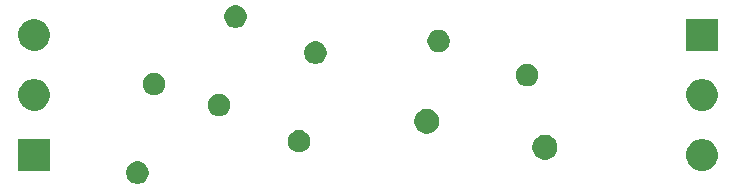
<source format=gbr>
G04 #@! TF.GenerationSoftware,KiCad,Pcbnew,5.1.5+dfsg1-2build2*
G04 #@! TF.CreationDate,2021-09-07T20:14:11-05:00*
G04 #@! TF.ProjectId,INRUSH_CURRENT_LIMITER_SLIM,494e5255-5348-45f4-9355-5252454e545f,rev?*
G04 #@! TF.SameCoordinates,Original*
G04 #@! TF.FileFunction,Soldermask,Top*
G04 #@! TF.FilePolarity,Negative*
%FSLAX46Y46*%
G04 Gerber Fmt 4.6, Leading zero omitted, Abs format (unit mm)*
G04 Created by KiCad (PCBNEW 5.1.5+dfsg1-2build2) date 2021-09-07 20:14:11*
%MOMM*%
%LPD*%
G04 APERTURE LIST*
%ADD10C,0.100000*%
G04 APERTURE END LIST*
D10*
G36*
X116777395Y-115671546D02*
G01*
X116950466Y-115743234D01*
X116950467Y-115743235D01*
X117106227Y-115847310D01*
X117238690Y-115979773D01*
X117238691Y-115979775D01*
X117342766Y-116135534D01*
X117414454Y-116308605D01*
X117451000Y-116492333D01*
X117451000Y-116679667D01*
X117414454Y-116863395D01*
X117342766Y-117036466D01*
X117342765Y-117036467D01*
X117238690Y-117192227D01*
X117106227Y-117324690D01*
X117027818Y-117377081D01*
X116950466Y-117428766D01*
X116777395Y-117500454D01*
X116593667Y-117537000D01*
X116406333Y-117537000D01*
X116222605Y-117500454D01*
X116049534Y-117428766D01*
X115972182Y-117377081D01*
X115893773Y-117324690D01*
X115761310Y-117192227D01*
X115657235Y-117036467D01*
X115657234Y-117036466D01*
X115585546Y-116863395D01*
X115549000Y-116679667D01*
X115549000Y-116492333D01*
X115585546Y-116308605D01*
X115657234Y-116135534D01*
X115761309Y-115979775D01*
X115761310Y-115979773D01*
X115893773Y-115847310D01*
X116049533Y-115743235D01*
X116049534Y-115743234D01*
X116222605Y-115671546D01*
X116406333Y-115635000D01*
X116593667Y-115635000D01*
X116777395Y-115671546D01*
G37*
G36*
X164694072Y-113780918D02*
G01*
X164818200Y-113832333D01*
X164939939Y-113882759D01*
X165009390Y-113929165D01*
X165161211Y-114030609D01*
X165349391Y-114218789D01*
X165422813Y-114328672D01*
X165454749Y-114376467D01*
X165497242Y-114440063D01*
X165599082Y-114685928D01*
X165651000Y-114946937D01*
X165651000Y-115213063D01*
X165622094Y-115358384D01*
X165599082Y-115474072D01*
X165497241Y-115719939D01*
X165481675Y-115743235D01*
X165349391Y-115941211D01*
X165161211Y-116129391D01*
X165152017Y-116135534D01*
X164939939Y-116277241D01*
X164939938Y-116277242D01*
X164939937Y-116277242D01*
X164694072Y-116379082D01*
X164433063Y-116431000D01*
X164166937Y-116431000D01*
X163905928Y-116379082D01*
X163660063Y-116277242D01*
X163660062Y-116277242D01*
X163660061Y-116277241D01*
X163447983Y-116135534D01*
X163438789Y-116129391D01*
X163250609Y-115941211D01*
X163118325Y-115743235D01*
X163102759Y-115719939D01*
X163000918Y-115474072D01*
X162977906Y-115358384D01*
X162949000Y-115213063D01*
X162949000Y-114946937D01*
X163000918Y-114685928D01*
X163102758Y-114440063D01*
X163145252Y-114376467D01*
X163177187Y-114328672D01*
X163250609Y-114218789D01*
X163438789Y-114030609D01*
X163590610Y-113929165D01*
X163660061Y-113882759D01*
X163781801Y-113832333D01*
X163905928Y-113780918D01*
X164166937Y-113729000D01*
X164433063Y-113729000D01*
X164694072Y-113780918D01*
G37*
G36*
X109101000Y-116431000D02*
G01*
X106399000Y-116431000D01*
X106399000Y-113729000D01*
X109101000Y-113729000D01*
X109101000Y-116431000D01*
G37*
G36*
X151306564Y-113416389D02*
G01*
X151497833Y-113495615D01*
X151497835Y-113495616D01*
X151669973Y-113610635D01*
X151816365Y-113757027D01*
X151931385Y-113929167D01*
X152010611Y-114120436D01*
X152051000Y-114323484D01*
X152051000Y-114530516D01*
X152010611Y-114733564D01*
X151951198Y-114877000D01*
X151931384Y-114924835D01*
X151816365Y-115096973D01*
X151669973Y-115243365D01*
X151497835Y-115358384D01*
X151497834Y-115358385D01*
X151497833Y-115358385D01*
X151306564Y-115437611D01*
X151103516Y-115478000D01*
X150896484Y-115478000D01*
X150693436Y-115437611D01*
X150502167Y-115358385D01*
X150502166Y-115358385D01*
X150502165Y-115358384D01*
X150330027Y-115243365D01*
X150183635Y-115096973D01*
X150068616Y-114924835D01*
X150048802Y-114877000D01*
X149989389Y-114733564D01*
X149949000Y-114530516D01*
X149949000Y-114323484D01*
X149989389Y-114120436D01*
X150068615Y-113929167D01*
X150183635Y-113757027D01*
X150330027Y-113610635D01*
X150502165Y-113495616D01*
X150502167Y-113495615D01*
X150693436Y-113416389D01*
X150896484Y-113376000D01*
X151103516Y-113376000D01*
X151306564Y-113416389D01*
G37*
G36*
X130449395Y-113011546D02*
G01*
X130622466Y-113083234D01*
X130622467Y-113083235D01*
X130778227Y-113187310D01*
X130910690Y-113319773D01*
X130910691Y-113319775D01*
X131014766Y-113475534D01*
X131086454Y-113648605D01*
X131123000Y-113832333D01*
X131123000Y-114019667D01*
X131086454Y-114203395D01*
X131014766Y-114376466D01*
X131014765Y-114376467D01*
X130910690Y-114532227D01*
X130778227Y-114664690D01*
X130746442Y-114685928D01*
X130622466Y-114768766D01*
X130449395Y-114840454D01*
X130265667Y-114877000D01*
X130078333Y-114877000D01*
X129894605Y-114840454D01*
X129721534Y-114768766D01*
X129597558Y-114685928D01*
X129565773Y-114664690D01*
X129433310Y-114532227D01*
X129329235Y-114376467D01*
X129329234Y-114376466D01*
X129257546Y-114203395D01*
X129221000Y-114019667D01*
X129221000Y-113832333D01*
X129257546Y-113648605D01*
X129329234Y-113475534D01*
X129433309Y-113319775D01*
X129433310Y-113319773D01*
X129565773Y-113187310D01*
X129721533Y-113083235D01*
X129721534Y-113083234D01*
X129894605Y-113011546D01*
X130078333Y-112975000D01*
X130265667Y-112975000D01*
X130449395Y-113011546D01*
G37*
G36*
X141306564Y-111216389D02*
G01*
X141497833Y-111295615D01*
X141497835Y-111295616D01*
X141669973Y-111410635D01*
X141816365Y-111557027D01*
X141921095Y-111713766D01*
X141931385Y-111729167D01*
X142010611Y-111920436D01*
X142051000Y-112123484D01*
X142051000Y-112330516D01*
X142010611Y-112533564D01*
X141931385Y-112724833D01*
X141931384Y-112724835D01*
X141816365Y-112896973D01*
X141669973Y-113043365D01*
X141497835Y-113158384D01*
X141497834Y-113158385D01*
X141497833Y-113158385D01*
X141306564Y-113237611D01*
X141103516Y-113278000D01*
X140896484Y-113278000D01*
X140693436Y-113237611D01*
X140502167Y-113158385D01*
X140502166Y-113158385D01*
X140502165Y-113158384D01*
X140330027Y-113043365D01*
X140183635Y-112896973D01*
X140068616Y-112724835D01*
X140068615Y-112724833D01*
X139989389Y-112533564D01*
X139949000Y-112330516D01*
X139949000Y-112123484D01*
X139989389Y-111920436D01*
X140068615Y-111729167D01*
X140078906Y-111713766D01*
X140183635Y-111557027D01*
X140330027Y-111410635D01*
X140502165Y-111295616D01*
X140502167Y-111295615D01*
X140693436Y-111216389D01*
X140896484Y-111176000D01*
X141103516Y-111176000D01*
X141306564Y-111216389D01*
G37*
G36*
X123677395Y-109956546D02*
G01*
X123850466Y-110028234D01*
X123850467Y-110028235D01*
X124006227Y-110132310D01*
X124138690Y-110264773D01*
X124138691Y-110264775D01*
X124242766Y-110420534D01*
X124314454Y-110593605D01*
X124351000Y-110777333D01*
X124351000Y-110964667D01*
X124314454Y-111148395D01*
X124242766Y-111321466D01*
X124242765Y-111321467D01*
X124138690Y-111477227D01*
X124006227Y-111609690D01*
X123927818Y-111662081D01*
X123850466Y-111713766D01*
X123677395Y-111785454D01*
X123493667Y-111822000D01*
X123306333Y-111822000D01*
X123122605Y-111785454D01*
X122949534Y-111713766D01*
X122872182Y-111662081D01*
X122793773Y-111609690D01*
X122661310Y-111477227D01*
X122557235Y-111321467D01*
X122557234Y-111321466D01*
X122485546Y-111148395D01*
X122449000Y-110964667D01*
X122449000Y-110777333D01*
X122485546Y-110593605D01*
X122557234Y-110420534D01*
X122661309Y-110264775D01*
X122661310Y-110264773D01*
X122793773Y-110132310D01*
X122949533Y-110028235D01*
X122949534Y-110028234D01*
X123122605Y-109956546D01*
X123306333Y-109920000D01*
X123493667Y-109920000D01*
X123677395Y-109956546D01*
G37*
G36*
X164694072Y-108700918D02*
G01*
X164888536Y-108781467D01*
X164939939Y-108802759D01*
X164948688Y-108808605D01*
X165161211Y-108950609D01*
X165349391Y-109138789D01*
X165497242Y-109360063D01*
X165599082Y-109605928D01*
X165642597Y-109824690D01*
X165651000Y-109866938D01*
X165651000Y-110133062D01*
X165599082Y-110394072D01*
X165497241Y-110639939D01*
X165349390Y-110861212D01*
X165161212Y-111049390D01*
X164939939Y-111197241D01*
X164939938Y-111197242D01*
X164939937Y-111197242D01*
X164694072Y-111299082D01*
X164433063Y-111351000D01*
X164166937Y-111351000D01*
X163905928Y-111299082D01*
X163660063Y-111197242D01*
X163660062Y-111197242D01*
X163660061Y-111197241D01*
X163438788Y-111049390D01*
X163250610Y-110861212D01*
X163102759Y-110639939D01*
X163000918Y-110394072D01*
X162949000Y-110133062D01*
X162949000Y-109866938D01*
X162957404Y-109824690D01*
X163000918Y-109605928D01*
X163102758Y-109360063D01*
X163250609Y-109138789D01*
X163438789Y-108950609D01*
X163651312Y-108808605D01*
X163660061Y-108802759D01*
X163711465Y-108781467D01*
X163905928Y-108700918D01*
X164166937Y-108649000D01*
X164433063Y-108649000D01*
X164694072Y-108700918D01*
G37*
G36*
X108144072Y-108700918D02*
G01*
X108338536Y-108781467D01*
X108389939Y-108802759D01*
X108398688Y-108808605D01*
X108611211Y-108950609D01*
X108799391Y-109138789D01*
X108947242Y-109360063D01*
X109049082Y-109605928D01*
X109092597Y-109824690D01*
X109101000Y-109866938D01*
X109101000Y-110133062D01*
X109049082Y-110394072D01*
X108947241Y-110639939D01*
X108799390Y-110861212D01*
X108611212Y-111049390D01*
X108389939Y-111197241D01*
X108389938Y-111197242D01*
X108389937Y-111197242D01*
X108144072Y-111299082D01*
X107883063Y-111351000D01*
X107616937Y-111351000D01*
X107355928Y-111299082D01*
X107110063Y-111197242D01*
X107110062Y-111197242D01*
X107110061Y-111197241D01*
X106888788Y-111049390D01*
X106700610Y-110861212D01*
X106552759Y-110639939D01*
X106450918Y-110394072D01*
X106399000Y-110133062D01*
X106399000Y-109866938D01*
X106407404Y-109824690D01*
X106450918Y-109605928D01*
X106552758Y-109360063D01*
X106700609Y-109138789D01*
X106888789Y-108950609D01*
X107101312Y-108808605D01*
X107110061Y-108802759D01*
X107161465Y-108781467D01*
X107355928Y-108700918D01*
X107616937Y-108649000D01*
X107883063Y-108649000D01*
X108144072Y-108700918D01*
G37*
G36*
X118177395Y-108171546D02*
G01*
X118350466Y-108243234D01*
X118350467Y-108243235D01*
X118506227Y-108347310D01*
X118638690Y-108479773D01*
X118638691Y-108479775D01*
X118742766Y-108635534D01*
X118814454Y-108808605D01*
X118851000Y-108992333D01*
X118851000Y-109179667D01*
X118814454Y-109363395D01*
X118742766Y-109536466D01*
X118742765Y-109536467D01*
X118638690Y-109692227D01*
X118506227Y-109824690D01*
X118442998Y-109866938D01*
X118350466Y-109928766D01*
X118177395Y-110000454D01*
X117993667Y-110037000D01*
X117806333Y-110037000D01*
X117622605Y-110000454D01*
X117449534Y-109928766D01*
X117357002Y-109866938D01*
X117293773Y-109824690D01*
X117161310Y-109692227D01*
X117057235Y-109536467D01*
X117057234Y-109536466D01*
X116985546Y-109363395D01*
X116949000Y-109179667D01*
X116949000Y-108992333D01*
X116985546Y-108808605D01*
X117057234Y-108635534D01*
X117161309Y-108479775D01*
X117161310Y-108479773D01*
X117293773Y-108347310D01*
X117449533Y-108243235D01*
X117449534Y-108243234D01*
X117622605Y-108171546D01*
X117806333Y-108135000D01*
X117993667Y-108135000D01*
X118177395Y-108171546D01*
G37*
G36*
X149777395Y-107416546D02*
G01*
X149950466Y-107488234D01*
X149950467Y-107488235D01*
X150106227Y-107592310D01*
X150238690Y-107724773D01*
X150238691Y-107724775D01*
X150342766Y-107880534D01*
X150414454Y-108053605D01*
X150451000Y-108237333D01*
X150451000Y-108424667D01*
X150414454Y-108608395D01*
X150342766Y-108781466D01*
X150342765Y-108781467D01*
X150238690Y-108937227D01*
X150106227Y-109069690D01*
X150027818Y-109122081D01*
X149950466Y-109173766D01*
X149777395Y-109245454D01*
X149593667Y-109282000D01*
X149406333Y-109282000D01*
X149222605Y-109245454D01*
X149049534Y-109173766D01*
X148972182Y-109122081D01*
X148893773Y-109069690D01*
X148761310Y-108937227D01*
X148657235Y-108781467D01*
X148657234Y-108781466D01*
X148585546Y-108608395D01*
X148549000Y-108424667D01*
X148549000Y-108237333D01*
X148585546Y-108053605D01*
X148657234Y-107880534D01*
X148761309Y-107724775D01*
X148761310Y-107724773D01*
X148893773Y-107592310D01*
X149049533Y-107488235D01*
X149049534Y-107488234D01*
X149222605Y-107416546D01*
X149406333Y-107380000D01*
X149593667Y-107380000D01*
X149777395Y-107416546D01*
G37*
G36*
X131849395Y-105511546D02*
G01*
X132022466Y-105583234D01*
X132022467Y-105583235D01*
X132178227Y-105687310D01*
X132310690Y-105819773D01*
X132310691Y-105819775D01*
X132414766Y-105975534D01*
X132486454Y-106148605D01*
X132523000Y-106332333D01*
X132523000Y-106519667D01*
X132486454Y-106703395D01*
X132414766Y-106876466D01*
X132414765Y-106876467D01*
X132310690Y-107032227D01*
X132178227Y-107164690D01*
X132099818Y-107217081D01*
X132022466Y-107268766D01*
X131849395Y-107340454D01*
X131665667Y-107377000D01*
X131478333Y-107377000D01*
X131294605Y-107340454D01*
X131121534Y-107268766D01*
X131044182Y-107217081D01*
X130965773Y-107164690D01*
X130833310Y-107032227D01*
X130729235Y-106876467D01*
X130729234Y-106876466D01*
X130657546Y-106703395D01*
X130621000Y-106519667D01*
X130621000Y-106332333D01*
X130657546Y-106148605D01*
X130729234Y-105975534D01*
X130833309Y-105819775D01*
X130833310Y-105819773D01*
X130965773Y-105687310D01*
X131121533Y-105583235D01*
X131121534Y-105583234D01*
X131294605Y-105511546D01*
X131478333Y-105475000D01*
X131665667Y-105475000D01*
X131849395Y-105511546D01*
G37*
G36*
X142277395Y-104516546D02*
G01*
X142450466Y-104588234D01*
X142450467Y-104588235D01*
X142606227Y-104692310D01*
X142738690Y-104824773D01*
X142738691Y-104824775D01*
X142842766Y-104980534D01*
X142914454Y-105153605D01*
X142951000Y-105337333D01*
X142951000Y-105524667D01*
X142914454Y-105708395D01*
X142842766Y-105881466D01*
X142842765Y-105881467D01*
X142738690Y-106037227D01*
X142606227Y-106169690D01*
X142532306Y-106219082D01*
X142450466Y-106273766D01*
X142277395Y-106345454D01*
X142093667Y-106382000D01*
X141906333Y-106382000D01*
X141722605Y-106345454D01*
X141549534Y-106273766D01*
X141467694Y-106219082D01*
X141393773Y-106169690D01*
X141261310Y-106037227D01*
X141157235Y-105881467D01*
X141157234Y-105881466D01*
X141085546Y-105708395D01*
X141049000Y-105524667D01*
X141049000Y-105337333D01*
X141085546Y-105153605D01*
X141157234Y-104980534D01*
X141261309Y-104824775D01*
X141261310Y-104824773D01*
X141393773Y-104692310D01*
X141549533Y-104588235D01*
X141549534Y-104588234D01*
X141722605Y-104516546D01*
X141906333Y-104480000D01*
X142093667Y-104480000D01*
X142277395Y-104516546D01*
G37*
G36*
X108144072Y-103620918D02*
G01*
X108389939Y-103722759D01*
X108501328Y-103797187D01*
X108611211Y-103870609D01*
X108799391Y-104058789D01*
X108947242Y-104280063D01*
X108949475Y-104285454D01*
X109049082Y-104525928D01*
X109101000Y-104786938D01*
X109101000Y-105053062D01*
X109049082Y-105314072D01*
X108947241Y-105559939D01*
X108931675Y-105583235D01*
X108799391Y-105781211D01*
X108611211Y-105969391D01*
X108602017Y-105975534D01*
X108389939Y-106117241D01*
X108389938Y-106117242D01*
X108389937Y-106117242D01*
X108144072Y-106219082D01*
X107883063Y-106271000D01*
X107616937Y-106271000D01*
X107355928Y-106219082D01*
X107110063Y-106117242D01*
X107110062Y-106117242D01*
X107110061Y-106117241D01*
X106897983Y-105975534D01*
X106888789Y-105969391D01*
X106700609Y-105781211D01*
X106568325Y-105583235D01*
X106552759Y-105559939D01*
X106450918Y-105314072D01*
X106399000Y-105053062D01*
X106399000Y-104786938D01*
X106450918Y-104525928D01*
X106550525Y-104285454D01*
X106552758Y-104280063D01*
X106700609Y-104058789D01*
X106888789Y-103870609D01*
X106998672Y-103797187D01*
X107110061Y-103722759D01*
X107355928Y-103620918D01*
X107616937Y-103569000D01*
X107883063Y-103569000D01*
X108144072Y-103620918D01*
G37*
G36*
X165651000Y-106271000D02*
G01*
X162949000Y-106271000D01*
X162949000Y-103569000D01*
X165651000Y-103569000D01*
X165651000Y-106271000D01*
G37*
G36*
X125077395Y-102456546D02*
G01*
X125250466Y-102528234D01*
X125250467Y-102528235D01*
X125406227Y-102632310D01*
X125538690Y-102764773D01*
X125538691Y-102764775D01*
X125642766Y-102920534D01*
X125714454Y-103093605D01*
X125751000Y-103277333D01*
X125751000Y-103464667D01*
X125714454Y-103648395D01*
X125642766Y-103821466D01*
X125642765Y-103821467D01*
X125538690Y-103977227D01*
X125406227Y-104109690D01*
X125327818Y-104162081D01*
X125250466Y-104213766D01*
X125077395Y-104285454D01*
X124893667Y-104322000D01*
X124706333Y-104322000D01*
X124522605Y-104285454D01*
X124349534Y-104213766D01*
X124272182Y-104162081D01*
X124193773Y-104109690D01*
X124061310Y-103977227D01*
X123957235Y-103821467D01*
X123957234Y-103821466D01*
X123885546Y-103648395D01*
X123849000Y-103464667D01*
X123849000Y-103277333D01*
X123885546Y-103093605D01*
X123957234Y-102920534D01*
X124061309Y-102764775D01*
X124061310Y-102764773D01*
X124193773Y-102632310D01*
X124349533Y-102528235D01*
X124349534Y-102528234D01*
X124522605Y-102456546D01*
X124706333Y-102420000D01*
X124893667Y-102420000D01*
X125077395Y-102456546D01*
G37*
M02*

</source>
